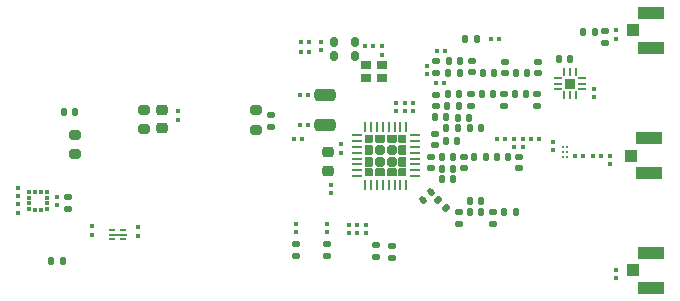
<source format=gbr>
%TF.GenerationSoftware,KiCad,Pcbnew,(6.0.8)*%
%TF.CreationDate,2023-04-10T13:30:07+02:00*%
%TF.ProjectId,LR1120_Mikrobus,4c523131-3230-45f4-9d69-6b726f627573,rev?*%
%TF.SameCoordinates,Original*%
%TF.FileFunction,Paste,Top*%
%TF.FilePolarity,Positive*%
%FSLAX46Y46*%
G04 Gerber Fmt 4.6, Leading zero omitted, Abs format (unit mm)*
G04 Created by KiCad (PCBNEW (6.0.8)) date 2023-04-10 13:30:07*
%MOMM*%
%LPD*%
G01*
G04 APERTURE LIST*
G04 Aperture macros list*
%AMRoundRect*
0 Rectangle with rounded corners*
0 $1 Rounding radius*
0 $2 $3 $4 $5 $6 $7 $8 $9 X,Y pos of 4 corners*
0 Add a 4 corners polygon primitive as box body*
4,1,4,$2,$3,$4,$5,$6,$7,$8,$9,$2,$3,0*
0 Add four circle primitives for the rounded corners*
1,1,$1+$1,$2,$3*
1,1,$1+$1,$4,$5*
1,1,$1+$1,$6,$7*
1,1,$1+$1,$8,$9*
0 Add four rect primitives between the rounded corners*
20,1,$1+$1,$2,$3,$4,$5,0*
20,1,$1+$1,$4,$5,$6,$7,0*
20,1,$1+$1,$6,$7,$8,$9,0*
20,1,$1+$1,$8,$9,$2,$3,0*%
%AMFreePoly0*
4,1,48,0.269963,0.340733,0.273618,0.341377,0.276832,0.339521,0.287682,0.337608,0.304305,0.323660,0.323103,0.312807,0.325681,0.305724,0.331455,0.300879,0.335224,0.279505,0.342646,0.259112,0.342646,-0.259112,0.340733,-0.269963,0.341377,-0.273618,0.339521,-0.276832,0.337608,-0.287682,0.323660,-0.304305,0.312807,-0.323103,0.305724,-0.325681,0.300879,-0.331455,0.279505,-0.335224,
0.259112,-0.342646,-0.259112,-0.342646,-0.269963,-0.340733,-0.273618,-0.341377,-0.276832,-0.339521,-0.287682,-0.337608,-0.304305,-0.323660,-0.323103,-0.312807,-0.325681,-0.305724,-0.331455,-0.300879,-0.335224,-0.279505,-0.342646,-0.259112,-0.342646,0.189911,-0.341746,0.195015,-0.342329,0.197191,-0.340774,0.200525,-0.337608,0.218481,-0.325886,0.232451,-0.318179,0.248978,-0.248978,0.318179,
-0.244733,0.321152,-0.243606,0.323103,-0.240149,0.324361,-0.225214,0.334819,-0.207049,0.336409,-0.189911,0.342646,0.259112,0.342646,0.269963,0.340733,0.269963,0.340733,$1*%
%AMFreePoly1*
4,1,15,0.260501,0.381657,0.321190,0.320968,0.342646,0.269165,0.342647,-0.269167,0.321188,-0.320969,0.260501,-0.381657,0.208698,-0.403113,-0.269389,-0.403113,-0.321190,-0.381657,-0.342646,-0.329856,-0.342646,0.329856,-0.321190,0.381657,-0.269389,0.403113,0.208700,0.403114,0.260501,0.381657,0.260501,0.381657,$1*%
%AMFreePoly2*
4,1,15,0.320968,0.321190,0.381657,0.260501,0.403113,0.208698,0.403113,-0.269389,0.381657,-0.321190,0.329856,-0.342646,-0.329856,-0.342646,-0.381657,-0.321190,-0.403113,-0.269389,-0.403114,0.208700,-0.381657,0.260501,-0.320968,0.321190,-0.269165,0.342646,0.269167,0.342647,0.320968,0.321190,0.320968,0.321190,$1*%
%AMFreePoly3*
4,1,48,0.269963,0.340733,0.273618,0.341377,0.276832,0.339521,0.287682,0.337608,0.304305,0.323660,0.323103,0.312807,0.325681,0.305724,0.331455,0.300879,0.335224,0.279505,0.342646,0.259112,0.342646,-0.259112,0.340733,-0.269963,0.341377,-0.273618,0.339521,-0.276832,0.337608,-0.287682,0.323660,-0.304305,0.312807,-0.323103,0.305724,-0.325681,0.300879,-0.331455,0.279505,-0.335224,
0.259112,-0.342646,-0.189911,-0.342646,-0.195015,-0.341746,-0.197191,-0.342329,-0.200525,-0.340774,-0.218481,-0.337608,-0.232451,-0.325886,-0.248978,-0.318179,-0.318179,-0.248978,-0.321152,-0.244733,-0.323103,-0.243606,-0.324361,-0.240149,-0.334819,-0.225214,-0.336409,-0.207049,-0.342646,-0.189911,-0.342646,0.259112,-0.340733,0.269963,-0.341377,0.273618,-0.339521,0.276832,-0.337608,0.287682,
-0.323660,0.304305,-0.312807,0.323103,-0.305724,0.325681,-0.300879,0.331455,-0.279505,0.335224,-0.259112,0.342646,0.259112,0.342646,0.269963,0.340733,0.269963,0.340733,$1*%
%AMFreePoly4*
4,1,15,0.381657,0.321190,0.403113,0.269389,0.403114,-0.208700,0.381655,-0.260502,0.320968,-0.321190,0.269165,-0.342646,-0.269167,-0.342647,-0.320969,-0.321188,-0.381657,-0.260501,-0.403113,-0.208698,-0.403113,0.269389,-0.381657,0.321190,-0.329856,0.342646,0.329856,0.342646,0.381657,0.321190,0.381657,0.321190,$1*%
%AMFreePoly5*
4,1,16,-0.208698,0.403113,0.269389,0.403113,0.321190,0.381657,0.342646,0.329856,0.342646,-0.329856,0.321190,-0.381657,0.269389,-0.403113,-0.208700,-0.403114,-0.260502,-0.381655,-0.321190,-0.320968,-0.342646,-0.269165,-0.342647,0.269167,-0.321190,0.320968,-0.260501,0.381657,-0.208700,0.403114,-0.208698,0.403113,-0.208698,0.403113,$1*%
%AMFreePoly6*
4,1,48,0.195015,0.341746,0.197191,0.342329,0.200525,0.340774,0.218481,0.337608,0.232451,0.325886,0.248978,0.318179,0.318179,0.248978,0.321152,0.244733,0.323103,0.243606,0.324361,0.240149,0.334819,0.225214,0.336409,0.207049,0.342646,0.189911,0.342646,-0.259112,0.340733,-0.269963,0.341377,-0.273618,0.339521,-0.276832,0.337608,-0.287682,0.323660,-0.304305,0.312807,-0.323103,
0.305724,-0.325681,0.300879,-0.331455,0.279505,-0.335224,0.259112,-0.342646,-0.259112,-0.342646,-0.269963,-0.340733,-0.273618,-0.341377,-0.276832,-0.339521,-0.287682,-0.337608,-0.304305,-0.323660,-0.323103,-0.312807,-0.325681,-0.305724,-0.331455,-0.300879,-0.335224,-0.279505,-0.342646,-0.259112,-0.342646,0.259112,-0.340733,0.269963,-0.341377,0.273618,-0.339521,0.276832,-0.337608,0.287682,
-0.323660,0.304305,-0.312807,0.323103,-0.305724,0.325681,-0.300879,0.331455,-0.279505,0.335224,-0.259112,0.342646,0.189911,0.342646,0.195015,0.341746,0.195015,0.341746,$1*%
%AMFreePoly7*
4,1,48,0.269963,0.340733,0.273618,0.341377,0.276832,0.339521,0.287682,0.337608,0.304305,0.323660,0.323103,0.312807,0.325681,0.305724,0.331455,0.300879,0.335224,0.279505,0.342646,0.259112,0.342646,-0.189911,0.341746,-0.195015,0.342329,-0.197191,0.340774,-0.200525,0.337608,-0.218481,0.325886,-0.232451,0.318179,-0.248978,0.248978,-0.318179,0.244733,-0.321152,0.243606,-0.323103,
0.240149,-0.324361,0.225214,-0.334819,0.207049,-0.336409,0.189911,-0.342646,-0.259112,-0.342646,-0.269963,-0.340733,-0.273618,-0.341377,-0.276832,-0.339521,-0.287682,-0.337608,-0.304305,-0.323660,-0.323103,-0.312807,-0.325681,-0.305724,-0.331455,-0.300879,-0.335224,-0.279505,-0.342646,-0.259112,-0.342646,0.259112,-0.340733,0.269963,-0.341377,0.273618,-0.339521,0.276832,-0.337608,0.287682,
-0.323660,0.304305,-0.312807,0.323103,-0.305724,0.325681,-0.300879,0.331455,-0.279505,0.335224,-0.259112,0.342646,0.259112,0.342646,0.269963,0.340733,0.269963,0.340733,$1*%
G04 Aperture macros list end*
%ADD10RoundRect,0.079500X-0.100500X0.079500X-0.100500X-0.079500X0.100500X-0.079500X0.100500X0.079500X0*%
%ADD11R,0.375000X0.350000*%
%ADD12R,0.350000X0.375000*%
%ADD13RoundRect,0.200000X0.275000X-0.200000X0.275000X0.200000X-0.275000X0.200000X-0.275000X-0.200000X0*%
%ADD14RoundRect,0.079500X0.100500X-0.079500X0.100500X0.079500X-0.100500X0.079500X-0.100500X-0.079500X0*%
%ADD15RoundRect,0.079500X-0.079500X-0.100500X0.079500X-0.100500X0.079500X0.100500X-0.079500X0.100500X0*%
%ADD16RoundRect,0.147500X0.147500X0.172500X-0.147500X0.172500X-0.147500X-0.172500X0.147500X-0.172500X0*%
%ADD17RoundRect,0.140000X-0.140000X-0.170000X0.140000X-0.170000X0.140000X0.170000X-0.140000X0.170000X0*%
%ADD18R,0.750000X0.250000*%
%ADD19R,0.250000X0.750000*%
%ADD20R,0.860000X0.860000*%
%ADD21RoundRect,0.140000X0.170000X-0.140000X0.170000X0.140000X-0.170000X0.140000X-0.170000X-0.140000X0*%
%ADD22R,0.850000X0.750000*%
%ADD23RoundRect,0.147500X0.172500X-0.147500X0.172500X0.147500X-0.172500X0.147500X-0.172500X-0.147500X0*%
%ADD24R,1.050000X1.000000*%
%ADD25R,2.200000X1.050000*%
%ADD26RoundRect,0.140000X-0.170000X0.140000X-0.170000X-0.140000X0.170000X-0.140000X0.170000X0.140000X0*%
%ADD27RoundRect,0.079500X0.079500X0.100500X-0.079500X0.100500X-0.079500X-0.100500X0.079500X-0.100500X0*%
%ADD28RoundRect,0.140000X-0.021213X0.219203X-0.219203X0.021213X0.021213X-0.219203X0.219203X-0.021213X0*%
%ADD29RoundRect,0.147500X-0.172500X0.147500X-0.172500X-0.147500X0.172500X-0.147500X0.172500X0.147500X0*%
%ADD30RoundRect,0.250000X-0.650000X0.250000X-0.650000X-0.250000X0.650000X-0.250000X0.650000X0.250000X0*%
%ADD31RoundRect,0.135000X0.185000X-0.135000X0.185000X0.135000X-0.185000X0.135000X-0.185000X-0.135000X0*%
%ADD32RoundRect,0.201557X-0.201556X0.201556X-0.201556X-0.201556X0.201556X-0.201556X0.201556X0.201556X0*%
%ADD33FreePoly0,270.000000*%
%ADD34FreePoly1,270.000000*%
%ADD35FreePoly2,270.000000*%
%ADD36FreePoly3,270.000000*%
%ADD37FreePoly4,270.000000*%
%ADD38FreePoly5,270.000000*%
%ADD39FreePoly6,270.000000*%
%ADD40FreePoly7,270.000000*%
%ADD41RoundRect,0.062500X-0.062500X0.337500X-0.062500X-0.337500X0.062500X-0.337500X0.062500X0.337500X0*%
%ADD42RoundRect,0.062500X-0.337500X0.062500X-0.337500X-0.062500X0.337500X-0.062500X0.337500X0.062500X0*%
%ADD43R,0.600000X0.200000*%
%ADD44R,1.600000X0.200000*%
%ADD45RoundRect,0.140000X0.140000X0.170000X-0.140000X0.170000X-0.140000X-0.170000X0.140000X-0.170000X0*%
%ADD46RoundRect,0.225000X0.250000X-0.225000X0.250000X0.225000X-0.250000X0.225000X-0.250000X-0.225000X0*%
%ADD47RoundRect,0.147500X0.226274X0.017678X0.017678X0.226274X-0.226274X-0.017678X-0.017678X-0.226274X0*%
%ADD48R,0.250000X0.250000*%
%ADD49RoundRect,0.218750X0.256250X-0.218750X0.256250X0.218750X-0.256250X0.218750X-0.256250X-0.218750X0*%
%ADD50RoundRect,0.150000X-0.150000X-0.250000X0.150000X-0.250000X0.150000X0.250000X-0.150000X0.250000X0*%
G04 APERTURE END LIST*
D10*
%TO.C,C4*%
X128300000Y-115700000D03*
X128300000Y-116390000D03*
%TD*%
D11*
%TO.C,U5*%
X102737500Y-116250000D03*
X102737500Y-116750000D03*
X102737500Y-117250000D03*
X102737500Y-117750000D03*
D12*
X103250000Y-117762500D03*
X103750000Y-117762500D03*
D11*
X104262500Y-117750000D03*
X104262500Y-117250000D03*
X104262500Y-116750000D03*
X104262500Y-116250000D03*
D12*
X103750000Y-116237500D03*
X103250000Y-116237500D03*
%TD*%
D13*
%TO.C,R1*%
X121900000Y-111025000D03*
X121900000Y-109375000D03*
%TD*%
D14*
%TO.C,R3*%
X132600000Y-104645000D03*
X132600000Y-103955000D03*
%TD*%
%TO.C,C2*%
X133800000Y-109445000D03*
X133800000Y-108755000D03*
%TD*%
D15*
%TO.C,C56*%
X125655000Y-108100000D03*
X126345000Y-108100000D03*
%TD*%
D16*
%TO.C,L6*%
X142100000Y-106200000D03*
X141130000Y-106200000D03*
%TD*%
D17*
%TO.C,C37*%
X104600000Y-122100000D03*
X105560000Y-122100000D03*
%TD*%
D18*
%TO.C,U2*%
X147500000Y-106600000D03*
X147500000Y-107100000D03*
X147500000Y-107600000D03*
D19*
X148000000Y-108100000D03*
X148500000Y-108100000D03*
X149000000Y-108100000D03*
D18*
X149500000Y-107600000D03*
X149500000Y-107100000D03*
X149500000Y-106600000D03*
D19*
X149000000Y-106100000D03*
X148500000Y-106100000D03*
X148000000Y-106100000D03*
D20*
X148500000Y-107100000D03*
%TD*%
D21*
%TO.C,C11*%
X143000000Y-106200000D03*
X143000000Y-105240000D03*
%TD*%
D17*
%TO.C,C23*%
X137640000Y-113300000D03*
X138600000Y-113300000D03*
%TD*%
D16*
%TO.C,L7*%
X139100000Y-109000000D03*
X138130000Y-109000000D03*
%TD*%
D22*
%TO.C,Q1*%
X131250000Y-106600000D03*
X132600000Y-106600000D03*
X132600000Y-105550000D03*
X131250000Y-105550000D03*
%TD*%
D14*
%TO.C,R6*%
X101800000Y-118025000D03*
X101800000Y-117335000D03*
%TD*%
D23*
%TO.C,L3*%
X137200000Y-106200000D03*
X137200000Y-105230000D03*
%TD*%
D21*
%TO.C,C26*%
X144200000Y-114260000D03*
X144200000Y-113300000D03*
%TD*%
D10*
%TO.C,C49*%
X127400000Y-104290000D03*
X127400000Y-103600000D03*
%TD*%
%TO.C,C58*%
X147100000Y-112055000D03*
X147100000Y-112745000D03*
%TD*%
D21*
%TO.C,C9*%
X140200000Y-106160000D03*
X140200000Y-105200000D03*
%TD*%
D24*
%TO.C,ANT_LR112x1*%
X153850000Y-102600000D03*
D25*
X155375000Y-104075000D03*
X155375000Y-101125000D03*
%TD*%
D10*
%TO.C,R15*%
X125300000Y-118955000D03*
X125300000Y-119645000D03*
%TD*%
D26*
%TO.C,C16*%
X142950000Y-108000000D03*
X142950000Y-108960000D03*
%TD*%
D27*
%TO.C,C54*%
X151125000Y-113200000D03*
X150435000Y-113200000D03*
%TD*%
%TO.C,R9*%
X145890000Y-111800000D03*
X145200000Y-111800000D03*
%TD*%
D15*
%TO.C,C6*%
X137925000Y-104300000D03*
X137235000Y-104300000D03*
%TD*%
D10*
%TO.C,R5*%
X101800000Y-116625000D03*
X101800000Y-115935000D03*
%TD*%
D17*
%TO.C,C10*%
X143940000Y-106200000D03*
X144900000Y-106200000D03*
%TD*%
D28*
%TO.C,C27*%
X136700000Y-116300000D03*
X136021178Y-116978822D03*
%TD*%
D14*
%TO.C,R17*%
X129800000Y-119055000D03*
X129800000Y-119745000D03*
%TD*%
D29*
%TO.C,L9*%
X137100000Y-111330000D03*
X137100000Y-112300000D03*
%TD*%
D17*
%TO.C,C21*%
X139000000Y-110000000D03*
X139960000Y-110000000D03*
%TD*%
D30*
%TO.C,Q3*%
X127800000Y-108100000D03*
X127800000Y-110600000D03*
%TD*%
D17*
%TO.C,C35*%
X105640000Y-109500000D03*
X106600000Y-109500000D03*
%TD*%
D14*
%TO.C,C1*%
X134500000Y-109445000D03*
X134500000Y-108755000D03*
%TD*%
D15*
%TO.C,L14*%
X148955000Y-113200000D03*
X149645000Y-113200000D03*
%TD*%
D29*
%TO.C,RX1*%
X125300000Y-120700000D03*
X125300000Y-121670000D03*
%TD*%
D17*
%TO.C,C19*%
X137090000Y-109950000D03*
X138050000Y-109950000D03*
%TD*%
D10*
%TO.C,C39*%
X150500000Y-108245000D03*
X150500000Y-107555000D03*
%TD*%
D17*
%TO.C,C29*%
X142940000Y-118000000D03*
X143900000Y-118000000D03*
%TD*%
D14*
%TO.C,D2*%
X151900000Y-113890000D03*
X151900000Y-113200000D03*
%TD*%
D21*
%TO.C,C24*%
X139500000Y-114260000D03*
X139500000Y-113300000D03*
%TD*%
D16*
%TO.C,L10*%
X139000000Y-110900000D03*
X138030000Y-110900000D03*
%TD*%
D14*
%TO.C,C47*%
X105100000Y-116700000D03*
X105100000Y-117390000D03*
%TD*%
D17*
%TO.C,C25*%
X140400000Y-113300000D03*
X141360000Y-113300000D03*
%TD*%
%TO.C,C8*%
X138240000Y-105200000D03*
X139200000Y-105200000D03*
%TD*%
D26*
%TO.C,C30*%
X142000000Y-118000000D03*
X142000000Y-118960000D03*
%TD*%
D13*
%TO.C,R2*%
X112400000Y-110975000D03*
X112400000Y-109325000D03*
%TD*%
D14*
%TO.C,C3*%
X129100000Y-112945000D03*
X129100000Y-112255000D03*
%TD*%
%TO.C,C33*%
X115300000Y-109455000D03*
X115300000Y-110145000D03*
%TD*%
D16*
%TO.C,L20*%
X141000000Y-118000000D03*
X140030000Y-118000000D03*
%TD*%
D15*
%TO.C,C55*%
X126400000Y-104400000D03*
X125710000Y-104400000D03*
%TD*%
D31*
%TO.C,LR112x_1*%
X132100000Y-121820000D03*
X132100000Y-120800000D03*
%TD*%
D29*
%TO.C,L4*%
X137150000Y-108030000D03*
X137150000Y-109000000D03*
%TD*%
D13*
%TO.C,R10*%
X106600000Y-113100000D03*
X106600000Y-111450000D03*
%TD*%
D27*
%TO.C,R30*%
X141815000Y-103300000D03*
X142505000Y-103300000D03*
%TD*%
D32*
%TO.C,U1*%
X132400000Y-113700000D03*
D33*
X131475000Y-114625000D03*
D34*
X132400000Y-111775000D03*
D35*
X131475000Y-113700000D03*
D34*
X133400000Y-111775000D03*
D36*
X134325000Y-114625000D03*
D37*
X134325000Y-112700000D03*
D32*
X133400000Y-113700000D03*
X132400000Y-112700000D03*
D38*
X132400000Y-114625000D03*
D37*
X134325000Y-113700000D03*
D39*
X131475000Y-111775000D03*
D38*
X133400000Y-114625000D03*
D40*
X134325000Y-111775000D03*
D35*
X131475000Y-112700000D03*
D32*
X133400000Y-112700000D03*
D41*
X134650000Y-110750000D03*
X134150000Y-110750000D03*
X133650000Y-110750000D03*
X133150000Y-110750000D03*
X132650000Y-110750000D03*
X132150000Y-110750000D03*
X131650000Y-110750000D03*
X131150000Y-110750000D03*
D42*
X130450000Y-111450000D03*
X130450000Y-111950000D03*
X130450000Y-112450000D03*
X130450000Y-112950000D03*
X130450000Y-113450000D03*
X130450000Y-113950000D03*
X130450000Y-114450000D03*
X130450000Y-114950000D03*
D41*
X131150000Y-115650000D03*
X131650000Y-115650000D03*
X132150000Y-115650000D03*
X132650000Y-115650000D03*
X133150000Y-115650000D03*
X133650000Y-115650000D03*
X134150000Y-115650000D03*
X134650000Y-115650000D03*
D42*
X135350000Y-114950000D03*
X135350000Y-114450000D03*
X135350000Y-113950000D03*
X135350000Y-113450000D03*
X135350000Y-112950000D03*
X135350000Y-112450000D03*
X135350000Y-111950000D03*
X135350000Y-111450000D03*
%TD*%
D43*
%TO.C,U7*%
X109700000Y-119500000D03*
D44*
X110200000Y-119900000D03*
D43*
X109700000Y-120300000D03*
X110700000Y-120300000D03*
X110700000Y-119500000D03*
%TD*%
D14*
%TO.C,C5*%
X135200000Y-108755000D03*
X135200000Y-109445000D03*
%TD*%
D10*
%TO.C,C45*%
X143800000Y-112490000D03*
X143800000Y-111800000D03*
%TD*%
D16*
%TO.C,L8*%
X142000000Y-108000000D03*
X141030000Y-108000000D03*
%TD*%
D14*
%TO.C,D3*%
X152400000Y-123565000D03*
X152400000Y-122875000D03*
%TD*%
D26*
%TO.C,C17*%
X145750000Y-108000000D03*
X145750000Y-108960000D03*
%TD*%
D10*
%TO.C,R18*%
X130500000Y-119745000D03*
X130500000Y-119055000D03*
%TD*%
D29*
%TO.C,L11*%
X136700000Y-113300000D03*
X136700000Y-114270000D03*
%TD*%
D16*
%TO.C,L17*%
X150600000Y-102745000D03*
X149630000Y-102745000D03*
%TD*%
D26*
%TO.C,C34*%
X123200000Y-109800000D03*
X123200000Y-110760000D03*
%TD*%
D15*
%TO.C,FB1*%
X125735000Y-103600000D03*
X126425000Y-103600000D03*
%TD*%
D17*
%TO.C,C13*%
X138140000Y-108000000D03*
X139100000Y-108000000D03*
%TD*%
D21*
%TO.C,C48*%
X106000000Y-117680000D03*
X106000000Y-116720000D03*
%TD*%
D31*
%TO.C,LR112x_2*%
X133400000Y-121900000D03*
X133400000Y-120880000D03*
%TD*%
D15*
%TO.C,C7*%
X137850000Y-107050000D03*
X137160000Y-107050000D03*
%TD*%
D45*
%TO.C,C31*%
X148500000Y-105000000D03*
X147540000Y-105000000D03*
%TD*%
D16*
%TO.C,L5*%
X139170000Y-106200000D03*
X138200000Y-106200000D03*
%TD*%
D10*
%TO.C,C52*%
X108000000Y-119890000D03*
X108000000Y-119200000D03*
%TD*%
D14*
%TO.C,R33*%
X136400000Y-106300000D03*
X136400000Y-105610000D03*
%TD*%
%TO.C,D1*%
X152400000Y-102600000D03*
X152400000Y-103290000D03*
%TD*%
D26*
%TO.C,C32*%
X151500000Y-102665000D03*
X151500000Y-103625000D03*
%TD*%
D45*
%TO.C,C18*%
X138960000Y-112000000D03*
X138000000Y-112000000D03*
%TD*%
%TO.C,C22*%
X138600000Y-115200000D03*
X137640000Y-115200000D03*
%TD*%
D46*
%TO.C,C38*%
X114000000Y-110850000D03*
X114000000Y-109300000D03*
%TD*%
D24*
%TO.C,ANT_GNSS1*%
X153650000Y-113200000D03*
D25*
X155175000Y-111725000D03*
X155175000Y-114675000D03*
%TD*%
D29*
%TO.C,TX1*%
X127900000Y-120700000D03*
X127900000Y-121670000D03*
%TD*%
D27*
%TO.C,R32*%
X125110000Y-111800000D03*
X125800000Y-111800000D03*
%TD*%
D47*
%TO.C,L15*%
X138000000Y-117642947D03*
X137314106Y-116957053D03*
%TD*%
D16*
%TO.C,L13*%
X143270000Y-113300000D03*
X142300000Y-113300000D03*
%TD*%
%TO.C,Scanning1*%
X140600000Y-103300000D03*
X139630000Y-103300000D03*
%TD*%
D17*
%TO.C,C53*%
X140040000Y-117000000D03*
X141000000Y-117000000D03*
%TD*%
D27*
%TO.C,C50*%
X131110000Y-103900000D03*
X131800000Y-103900000D03*
%TD*%
D15*
%TO.C,C57*%
X125655000Y-110600000D03*
X126345000Y-110600000D03*
%TD*%
D48*
%TO.C,U8*%
X147875000Y-112500000D03*
X147875000Y-112900000D03*
X147875000Y-113300000D03*
X148275000Y-113300000D03*
X148275000Y-112900000D03*
X148275000Y-112500000D03*
%TD*%
D26*
%TO.C,C28*%
X139100000Y-118000000D03*
X139100000Y-118960000D03*
%TD*%
D10*
%TO.C,R14*%
X127900000Y-118975000D03*
X127900000Y-119665000D03*
%TD*%
D14*
%TO.C,R31*%
X111900000Y-119965000D03*
X111900000Y-119275000D03*
%TD*%
D15*
%TO.C,R8*%
X143000000Y-111800000D03*
X142310000Y-111800000D03*
%TD*%
D26*
%TO.C,C14*%
X140100000Y-108000000D03*
X140100000Y-108960000D03*
%TD*%
D10*
%TO.C,C43*%
X131200000Y-119745000D03*
X131200000Y-119055000D03*
%TD*%
D17*
%TO.C,C15*%
X143840000Y-108000000D03*
X144800000Y-108000000D03*
%TD*%
D45*
%TO.C,C20*%
X140960000Y-110900000D03*
X140000000Y-110900000D03*
%TD*%
D16*
%TO.C,L12*%
X138600000Y-114300000D03*
X137630000Y-114300000D03*
%TD*%
D10*
%TO.C,C46*%
X144500000Y-111800000D03*
X144500000Y-112490000D03*
%TD*%
D49*
%TO.C,L1*%
X128000000Y-114475000D03*
X128000000Y-112900000D03*
%TD*%
D21*
%TO.C,C12*%
X145800000Y-106200000D03*
X145800000Y-105240000D03*
%TD*%
D50*
%TO.C,Q2*%
X128500000Y-103600000D03*
X130300000Y-103600000D03*
X130300000Y-104800000D03*
X128500000Y-104800000D03*
%TD*%
D24*
%TO.C,ANT_WIFI1*%
X153850000Y-122900000D03*
D25*
X155375000Y-124375000D03*
X155375000Y-121425000D03*
%TD*%
M02*

</source>
